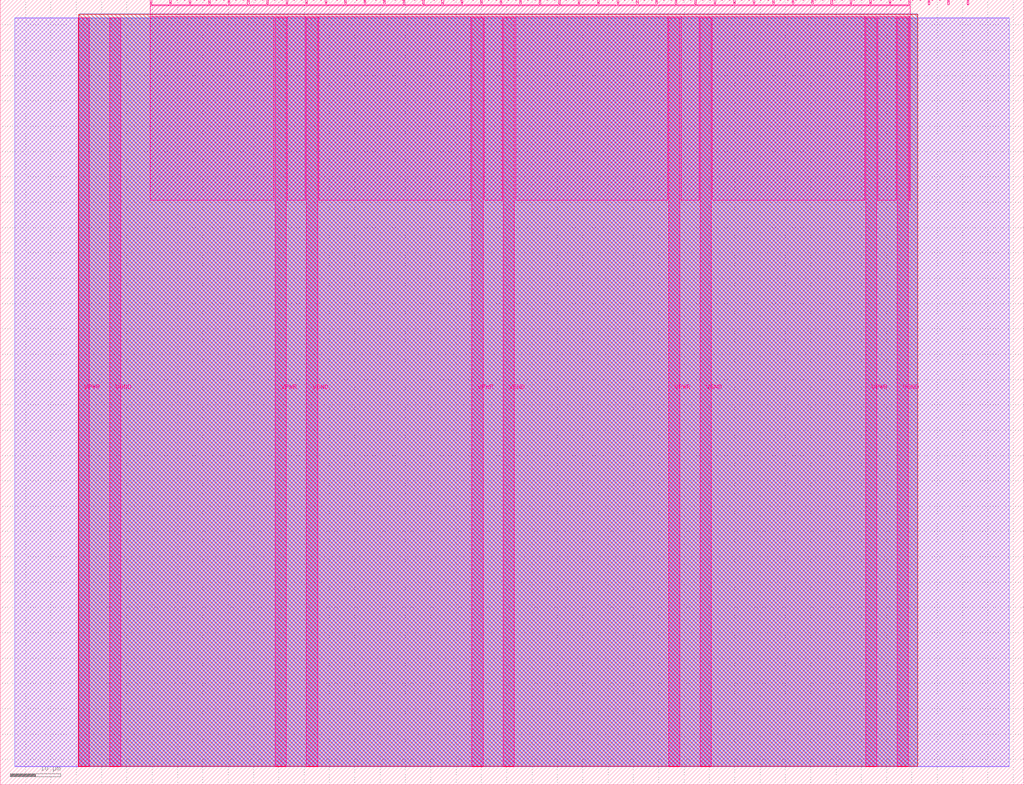
<source format=lef>
VERSION 5.7 ;
  NOWIREEXTENSIONATPIN ON ;
  DIVIDERCHAR "/" ;
  BUSBITCHARS "[]" ;
MACRO tt_um_arry_mult_structural
  CLASS BLOCK ;
  FOREIGN tt_um_arry_mult_structural ;
  ORIGIN 0.000 0.000 ;
  SIZE 202.080 BY 154.980 ;
  PIN VGND
    DIRECTION INOUT ;
    USE GROUND ;
    PORT
      LAYER Metal5 ;
        RECT 21.580 3.560 23.780 151.420 ;
    END
    PORT
      LAYER Metal5 ;
        RECT 60.450 3.560 62.650 151.420 ;
    END
    PORT
      LAYER Metal5 ;
        RECT 99.320 3.560 101.520 151.420 ;
    END
    PORT
      LAYER Metal5 ;
        RECT 138.190 3.560 140.390 151.420 ;
    END
    PORT
      LAYER Metal5 ;
        RECT 177.060 3.560 179.260 151.420 ;
    END
  END VGND
  PIN VPWR
    DIRECTION INOUT ;
    USE POWER ;
    PORT
      LAYER Metal5 ;
        RECT 15.380 3.560 17.580 151.420 ;
    END
    PORT
      LAYER Metal5 ;
        RECT 54.250 3.560 56.450 151.420 ;
    END
    PORT
      LAYER Metal5 ;
        RECT 93.120 3.560 95.320 151.420 ;
    END
    PORT
      LAYER Metal5 ;
        RECT 131.990 3.560 134.190 151.420 ;
    END
    PORT
      LAYER Metal5 ;
        RECT 170.860 3.560 173.060 151.420 ;
    END
  END VPWR
  PIN clk
    DIRECTION INPUT ;
    USE SIGNAL ;
    PORT
      LAYER Metal5 ;
        RECT 187.050 153.980 187.350 154.980 ;
    END
  END clk
  PIN ena
    DIRECTION INPUT ;
    USE SIGNAL ;
    PORT
      LAYER Metal5 ;
        RECT 190.890 153.980 191.190 154.980 ;
    END
  END ena
  PIN rst_n
    DIRECTION INPUT ;
    USE SIGNAL ;
    PORT
      LAYER Metal5 ;
        RECT 183.210 153.980 183.510 154.980 ;
    END
  END rst_n
  PIN ui_in[0]
    DIRECTION INPUT ;
    USE SIGNAL ;
    ANTENNAGATEAREA 0.180700 ;
    PORT
      LAYER Metal5 ;
        RECT 179.370 153.980 179.670 154.980 ;
    END
  END ui_in[0]
  PIN ui_in[1]
    DIRECTION INPUT ;
    USE SIGNAL ;
    ANTENNAGATEAREA 0.180700 ;
    PORT
      LAYER Metal5 ;
        RECT 175.530 153.980 175.830 154.980 ;
    END
  END ui_in[1]
  PIN ui_in[2]
    DIRECTION INPUT ;
    USE SIGNAL ;
    ANTENNAGATEAREA 0.213200 ;
    PORT
      LAYER Metal5 ;
        RECT 171.690 153.980 171.990 154.980 ;
    END
  END ui_in[2]
  PIN ui_in[3]
    DIRECTION INPUT ;
    USE SIGNAL ;
    ANTENNAGATEAREA 0.213200 ;
    PORT
      LAYER Metal5 ;
        RECT 167.850 153.980 168.150 154.980 ;
    END
  END ui_in[3]
  PIN ui_in[4]
    DIRECTION INPUT ;
    USE SIGNAL ;
    ANTENNAGATEAREA 0.213200 ;
    PORT
      LAYER Metal5 ;
        RECT 164.010 153.980 164.310 154.980 ;
    END
  END ui_in[4]
  PIN ui_in[5]
    DIRECTION INPUT ;
    USE SIGNAL ;
    ANTENNAGATEAREA 0.180700 ;
    PORT
      LAYER Metal5 ;
        RECT 160.170 153.980 160.470 154.980 ;
    END
  END ui_in[5]
  PIN ui_in[6]
    DIRECTION INPUT ;
    USE SIGNAL ;
    ANTENNAGATEAREA 0.180700 ;
    PORT
      LAYER Metal5 ;
        RECT 156.330 153.980 156.630 154.980 ;
    END
  END ui_in[6]
  PIN ui_in[7]
    DIRECTION INPUT ;
    USE SIGNAL ;
    ANTENNAGATEAREA 0.213200 ;
    PORT
      LAYER Metal5 ;
        RECT 152.490 153.980 152.790 154.980 ;
    END
  END ui_in[7]
  PIN uio_in[0]
    DIRECTION INPUT ;
    USE SIGNAL ;
    PORT
      LAYER Metal5 ;
        RECT 148.650 153.980 148.950 154.980 ;
    END
  END uio_in[0]
  PIN uio_in[1]
    DIRECTION INPUT ;
    USE SIGNAL ;
    PORT
      LAYER Metal5 ;
        RECT 144.810 153.980 145.110 154.980 ;
    END
  END uio_in[1]
  PIN uio_in[2]
    DIRECTION INPUT ;
    USE SIGNAL ;
    PORT
      LAYER Metal5 ;
        RECT 140.970 153.980 141.270 154.980 ;
    END
  END uio_in[2]
  PIN uio_in[3]
    DIRECTION INPUT ;
    USE SIGNAL ;
    PORT
      LAYER Metal5 ;
        RECT 137.130 153.980 137.430 154.980 ;
    END
  END uio_in[3]
  PIN uio_in[4]
    DIRECTION INPUT ;
    USE SIGNAL ;
    PORT
      LAYER Metal5 ;
        RECT 133.290 153.980 133.590 154.980 ;
    END
  END uio_in[4]
  PIN uio_in[5]
    DIRECTION INPUT ;
    USE SIGNAL ;
    PORT
      LAYER Metal5 ;
        RECT 129.450 153.980 129.750 154.980 ;
    END
  END uio_in[5]
  PIN uio_in[6]
    DIRECTION INPUT ;
    USE SIGNAL ;
    PORT
      LAYER Metal5 ;
        RECT 125.610 153.980 125.910 154.980 ;
    END
  END uio_in[6]
  PIN uio_in[7]
    DIRECTION INPUT ;
    USE SIGNAL ;
    PORT
      LAYER Metal5 ;
        RECT 121.770 153.980 122.070 154.980 ;
    END
  END uio_in[7]
  PIN uio_oe[0]
    DIRECTION OUTPUT ;
    USE SIGNAL ;
    ANTENNADIFFAREA 0.299200 ;
    PORT
      LAYER Metal5 ;
        RECT 56.490 153.980 56.790 154.980 ;
    END
  END uio_oe[0]
  PIN uio_oe[1]
    DIRECTION OUTPUT ;
    USE SIGNAL ;
    ANTENNADIFFAREA 0.299200 ;
    PORT
      LAYER Metal5 ;
        RECT 52.650 153.980 52.950 154.980 ;
    END
  END uio_oe[1]
  PIN uio_oe[2]
    DIRECTION OUTPUT ;
    USE SIGNAL ;
    ANTENNADIFFAREA 0.299200 ;
    PORT
      LAYER Metal5 ;
        RECT 48.810 153.980 49.110 154.980 ;
    END
  END uio_oe[2]
  PIN uio_oe[3]
    DIRECTION OUTPUT ;
    USE SIGNAL ;
    ANTENNADIFFAREA 0.299200 ;
    PORT
      LAYER Metal5 ;
        RECT 44.970 153.980 45.270 154.980 ;
    END
  END uio_oe[3]
  PIN uio_oe[4]
    DIRECTION OUTPUT ;
    USE SIGNAL ;
    ANTENNADIFFAREA 0.299200 ;
    PORT
      LAYER Metal5 ;
        RECT 41.130 153.980 41.430 154.980 ;
    END
  END uio_oe[4]
  PIN uio_oe[5]
    DIRECTION OUTPUT ;
    USE SIGNAL ;
    ANTENNADIFFAREA 0.299200 ;
    PORT
      LAYER Metal5 ;
        RECT 37.290 153.980 37.590 154.980 ;
    END
  END uio_oe[5]
  PIN uio_oe[6]
    DIRECTION OUTPUT ;
    USE SIGNAL ;
    ANTENNADIFFAREA 0.299200 ;
    PORT
      LAYER Metal5 ;
        RECT 33.450 153.980 33.750 154.980 ;
    END
  END uio_oe[6]
  PIN uio_oe[7]
    DIRECTION OUTPUT ;
    USE SIGNAL ;
    ANTENNADIFFAREA 0.299200 ;
    PORT
      LAYER Metal5 ;
        RECT 29.610 153.980 29.910 154.980 ;
    END
  END uio_oe[7]
  PIN uio_out[0]
    DIRECTION OUTPUT ;
    USE SIGNAL ;
    ANTENNADIFFAREA 0.299200 ;
    PORT
      LAYER Metal5 ;
        RECT 87.210 153.980 87.510 154.980 ;
    END
  END uio_out[0]
  PIN uio_out[1]
    DIRECTION OUTPUT ;
    USE SIGNAL ;
    ANTENNADIFFAREA 0.299200 ;
    PORT
      LAYER Metal5 ;
        RECT 83.370 153.980 83.670 154.980 ;
    END
  END uio_out[1]
  PIN uio_out[2]
    DIRECTION OUTPUT ;
    USE SIGNAL ;
    ANTENNADIFFAREA 0.299200 ;
    PORT
      LAYER Metal5 ;
        RECT 79.530 153.980 79.830 154.980 ;
    END
  END uio_out[2]
  PIN uio_out[3]
    DIRECTION OUTPUT ;
    USE SIGNAL ;
    ANTENNADIFFAREA 0.299200 ;
    PORT
      LAYER Metal5 ;
        RECT 75.690 153.980 75.990 154.980 ;
    END
  END uio_out[3]
  PIN uio_out[4]
    DIRECTION OUTPUT ;
    USE SIGNAL ;
    ANTENNADIFFAREA 0.299200 ;
    PORT
      LAYER Metal5 ;
        RECT 71.850 153.980 72.150 154.980 ;
    END
  END uio_out[4]
  PIN uio_out[5]
    DIRECTION OUTPUT ;
    USE SIGNAL ;
    ANTENNADIFFAREA 0.299200 ;
    PORT
      LAYER Metal5 ;
        RECT 68.010 153.980 68.310 154.980 ;
    END
  END uio_out[5]
  PIN uio_out[6]
    DIRECTION OUTPUT ;
    USE SIGNAL ;
    ANTENNADIFFAREA 0.299200 ;
    PORT
      LAYER Metal5 ;
        RECT 64.170 153.980 64.470 154.980 ;
    END
  END uio_out[6]
  PIN uio_out[7]
    DIRECTION OUTPUT ;
    USE SIGNAL ;
    ANTENNADIFFAREA 0.299200 ;
    PORT
      LAYER Metal5 ;
        RECT 60.330 153.980 60.630 154.980 ;
    END
  END uio_out[7]
  PIN uo_out[0]
    DIRECTION OUTPUT ;
    USE SIGNAL ;
    ANTENNADIFFAREA 0.654800 ;
    PORT
      LAYER Metal5 ;
        RECT 117.930 153.980 118.230 154.980 ;
    END
  END uo_out[0]
  PIN uo_out[1]
    DIRECTION OUTPUT ;
    USE SIGNAL ;
    ANTENNADIFFAREA 0.654800 ;
    PORT
      LAYER Metal5 ;
        RECT 114.090 153.980 114.390 154.980 ;
    END
  END uo_out[1]
  PIN uo_out[2]
    DIRECTION OUTPUT ;
    USE SIGNAL ;
    ANTENNADIFFAREA 0.654800 ;
    PORT
      LAYER Metal5 ;
        RECT 110.250 153.980 110.550 154.980 ;
    END
  END uo_out[2]
  PIN uo_out[3]
    DIRECTION OUTPUT ;
    USE SIGNAL ;
    ANTENNADIFFAREA 0.654800 ;
    PORT
      LAYER Metal5 ;
        RECT 106.410 153.980 106.710 154.980 ;
    END
  END uo_out[3]
  PIN uo_out[4]
    DIRECTION OUTPUT ;
    USE SIGNAL ;
    ANTENNADIFFAREA 0.654800 ;
    PORT
      LAYER Metal5 ;
        RECT 102.570 153.980 102.870 154.980 ;
    END
  END uo_out[4]
  PIN uo_out[5]
    DIRECTION OUTPUT ;
    USE SIGNAL ;
    ANTENNADIFFAREA 0.654800 ;
    PORT
      LAYER Metal5 ;
        RECT 98.730 153.980 99.030 154.980 ;
    END
  END uo_out[5]
  PIN uo_out[6]
    DIRECTION OUTPUT ;
    USE SIGNAL ;
    ANTENNADIFFAREA 0.654800 ;
    PORT
      LAYER Metal5 ;
        RECT 94.890 153.980 95.190 154.980 ;
    END
  END uo_out[6]
  PIN uo_out[7]
    DIRECTION OUTPUT ;
    USE SIGNAL ;
    ANTENNADIFFAREA 0.654800 ;
    PORT
      LAYER Metal5 ;
        RECT 91.050 153.980 91.350 154.980 ;
    END
  END uo_out[7]
  OBS
      LAYER GatPoly ;
        RECT 2.880 3.630 199.200 151.350 ;
      LAYER Metal1 ;
        RECT 2.880 3.560 199.200 151.420 ;
      LAYER Metal2 ;
        RECT 15.515 3.680 181.105 151.300 ;
      LAYER Metal3 ;
        RECT 15.560 3.635 181.060 152.185 ;
      LAYER Metal4 ;
        RECT 15.515 3.680 181.105 152.140 ;
      LAYER Metal5 ;
        RECT 30.120 153.770 33.240 153.980 ;
        RECT 33.960 153.770 37.080 153.980 ;
        RECT 37.800 153.770 40.920 153.980 ;
        RECT 41.640 153.770 44.760 153.980 ;
        RECT 45.480 153.770 48.600 153.980 ;
        RECT 49.320 153.770 52.440 153.980 ;
        RECT 53.160 153.770 56.280 153.980 ;
        RECT 57.000 153.770 60.120 153.980 ;
        RECT 60.840 153.770 63.960 153.980 ;
        RECT 64.680 153.770 67.800 153.980 ;
        RECT 68.520 153.770 71.640 153.980 ;
        RECT 72.360 153.770 75.480 153.980 ;
        RECT 76.200 153.770 79.320 153.980 ;
        RECT 80.040 153.770 83.160 153.980 ;
        RECT 83.880 153.770 87.000 153.980 ;
        RECT 87.720 153.770 90.840 153.980 ;
        RECT 91.560 153.770 94.680 153.980 ;
        RECT 95.400 153.770 98.520 153.980 ;
        RECT 99.240 153.770 102.360 153.980 ;
        RECT 103.080 153.770 106.200 153.980 ;
        RECT 106.920 153.770 110.040 153.980 ;
        RECT 110.760 153.770 113.880 153.980 ;
        RECT 114.600 153.770 117.720 153.980 ;
        RECT 118.440 153.770 121.560 153.980 ;
        RECT 122.280 153.770 125.400 153.980 ;
        RECT 126.120 153.770 129.240 153.980 ;
        RECT 129.960 153.770 133.080 153.980 ;
        RECT 133.800 153.770 136.920 153.980 ;
        RECT 137.640 153.770 140.760 153.980 ;
        RECT 141.480 153.770 144.600 153.980 ;
        RECT 145.320 153.770 148.440 153.980 ;
        RECT 149.160 153.770 152.280 153.980 ;
        RECT 153.000 153.770 156.120 153.980 ;
        RECT 156.840 153.770 159.960 153.980 ;
        RECT 160.680 153.770 163.800 153.980 ;
        RECT 164.520 153.770 167.640 153.980 ;
        RECT 168.360 153.770 171.480 153.980 ;
        RECT 172.200 153.770 175.320 153.980 ;
        RECT 176.040 153.770 179.160 153.980 ;
        RECT 29.660 151.630 179.620 153.770 ;
        RECT 29.660 115.355 54.040 151.630 ;
        RECT 56.660 115.355 60.240 151.630 ;
        RECT 62.860 115.355 92.910 151.630 ;
        RECT 95.530 115.355 99.110 151.630 ;
        RECT 101.730 115.355 131.780 151.630 ;
        RECT 134.400 115.355 137.980 151.630 ;
        RECT 140.600 115.355 170.650 151.630 ;
        RECT 173.270 115.355 176.850 151.630 ;
        RECT 179.470 115.355 179.620 151.630 ;
  END
END tt_um_arry_mult_structural
END LIBRARY


</source>
